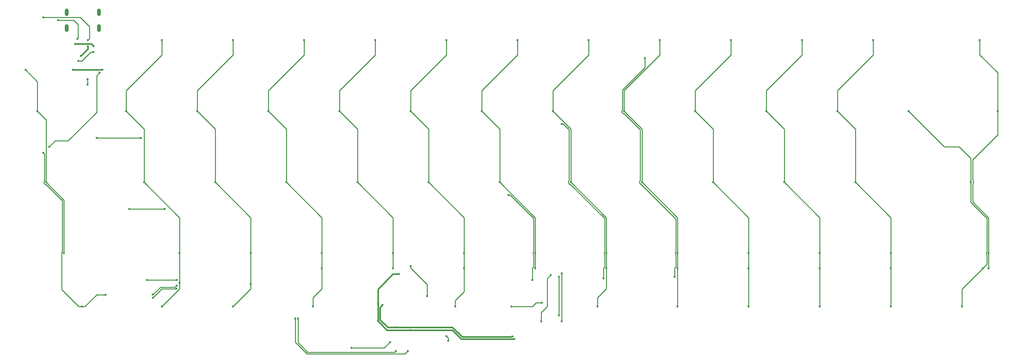
<source format=gbr>
G04 #@! TF.GenerationSoftware,KiCad,Pcbnew,(6.0.10)*
G04 #@! TF.CreationDate,2023-01-19T13:29:41+11:00*
G04 #@! TF.ProjectId,exp60,65787036-302e-46b6-9963-61645f706362,rev?*
G04 #@! TF.SameCoordinates,Original*
G04 #@! TF.FileFunction,Copper,L1,Top*
G04 #@! TF.FilePolarity,Positive*
%FSLAX46Y46*%
G04 Gerber Fmt 4.6, Leading zero omitted, Abs format (unit mm)*
G04 Created by KiCad (PCBNEW (6.0.10)) date 2023-01-19 13:29:41*
%MOMM*%
%LPD*%
G01*
G04 APERTURE LIST*
G04 #@! TA.AperFunction,ComponentPad*
%ADD10O,1.050000X2.100000*%
G04 #@! TD*
G04 #@! TA.AperFunction,ComponentPad*
%ADD11O,1.000000X2.000000*%
G04 #@! TD*
G04 #@! TA.AperFunction,ViaPad*
%ADD12C,0.600000*%
G04 #@! TD*
G04 #@! TA.AperFunction,Conductor*
%ADD13C,0.381000*%
G04 #@! TD*
G04 #@! TA.AperFunction,Conductor*
%ADD14C,0.250000*%
G04 #@! TD*
G04 #@! TA.AperFunction,Conductor*
%ADD15C,0.261112*%
G04 #@! TD*
G04 APERTURE END LIST*
D10*
X85660000Y-89611250D03*
D11*
X85660000Y-85431250D03*
X94300000Y-85431250D03*
D10*
X94300000Y-89611250D03*
D12*
X161925000Y-175355000D03*
X172243750Y-173831250D03*
X205581250Y-173037500D03*
X92868750Y-94456250D03*
X177643750Y-170656250D03*
X169007205Y-163568292D03*
X87906471Y-93862279D03*
X174625000Y-155575000D03*
X169007205Y-168213455D03*
X170262500Y-163912500D03*
X205000250Y-172347500D03*
X173831250Y-169862500D03*
X88797500Y-98425000D03*
X92868750Y-96043750D03*
X93662500Y-119062500D03*
X105568750Y-119062500D03*
X111918750Y-138112500D03*
X102393750Y-138112500D03*
X115093750Y-157162500D03*
X107156250Y-157162500D03*
X204787500Y-164306250D03*
X212944691Y-163298471D03*
X95250000Y-100806250D03*
X91360056Y-94552279D03*
X89487500Y-97043750D03*
X87312500Y-100806250D03*
X292100000Y-111918750D03*
X301625000Y-92868750D03*
X306387500Y-164306250D03*
X306387500Y-150018750D03*
X296862500Y-130968750D03*
X306387500Y-154079500D03*
X263525000Y-92868750D03*
X212725000Y-168275000D03*
X268287500Y-150018750D03*
X268287500Y-154079500D03*
X254000000Y-111918750D03*
X268287500Y-164306250D03*
X258762500Y-130968750D03*
X215306655Y-155855750D03*
X287337500Y-150018750D03*
X277812500Y-130968750D03*
X287337500Y-164306250D03*
X287337500Y-154079500D03*
X217482344Y-156373906D03*
X273050000Y-111918750D03*
X217487500Y-166687500D03*
X282575000Y-92868750D03*
X187881250Y-173419250D03*
X187325000Y-172243750D03*
X115049036Y-159499036D03*
X77787500Y-111918750D03*
X108743750Y-161925000D03*
X74612500Y-100806250D03*
X80168750Y-130968750D03*
X84931250Y-150018750D03*
X108699036Y-161086536D03*
X115138546Y-158704560D03*
X94456250Y-101600000D03*
X89693750Y-164306250D03*
X79375000Y-123031250D03*
X96043750Y-161131250D03*
X80962500Y-121443750D03*
X101600000Y-111918750D03*
X115887500Y-157956250D03*
X111125000Y-164306250D03*
X106362500Y-130968750D03*
X115887500Y-150018750D03*
X111125000Y-92868750D03*
X125412500Y-130968750D03*
X130175000Y-164306250D03*
X120650000Y-111918750D03*
X130175000Y-92868750D03*
X134937500Y-158297500D03*
X134937500Y-150018750D03*
X149225000Y-92868750D03*
X144462500Y-130968750D03*
X153987500Y-154079500D03*
X139700000Y-111918750D03*
X151606250Y-164306250D03*
X153987500Y-150018750D03*
X173037500Y-154079500D03*
X168275000Y-92868750D03*
X158750000Y-111918750D03*
X163512500Y-130968750D03*
X173037500Y-150018750D03*
X182562500Y-130968750D03*
X189706250Y-164306250D03*
X177800000Y-111918750D03*
X187325000Y-92868750D03*
X192087500Y-150018750D03*
X192087500Y-154079500D03*
X196850000Y-111918750D03*
X201612500Y-130968750D03*
X211137500Y-150018750D03*
X211137500Y-154079500D03*
X206375000Y-92868750D03*
X230187500Y-150018750D03*
X225425000Y-92868750D03*
X230187500Y-154079500D03*
X220662500Y-130968750D03*
X215900000Y-111918750D03*
X227806250Y-164306250D03*
X239712500Y-130968750D03*
X218281250Y-155405750D03*
X249237500Y-154079500D03*
X249237500Y-164306250D03*
X249237500Y-150018750D03*
X234950000Y-111918750D03*
X244475000Y-92868750D03*
X218281250Y-168275000D03*
X311150000Y-111918750D03*
X330993750Y-154079500D03*
X325437500Y-164306250D03*
X327818750Y-130968750D03*
X334962500Y-111918750D03*
X330200000Y-92868750D03*
X332581250Y-154079500D03*
X332581250Y-150018750D03*
X177800000Y-153455000D03*
X182150000Y-161512500D03*
X203993750Y-134405000D03*
X210343750Y-157162500D03*
X229393750Y-156755750D03*
X218281250Y-115355000D03*
X240506250Y-97631250D03*
X248443750Y-156368750D03*
X91281250Y-104775000D03*
X177006250Y-176212500D03*
X146843750Y-167481250D03*
X91281250Y-103351194D03*
X147643253Y-167481250D03*
X173831250Y-176212500D03*
X91360056Y-92868750D03*
X79375000Y-86756250D03*
X83343750Y-87500000D03*
X88540052Y-92544244D03*
D13*
X173831250Y-169862500D02*
X171632765Y-169862500D01*
X171632765Y-169862500D02*
X169588205Y-167817940D01*
X169588205Y-167817940D02*
X169588205Y-164586795D01*
X169588205Y-164586795D02*
X170262500Y-163912500D01*
X173831250Y-169862500D02*
X188940408Y-169862500D01*
X188940408Y-169862500D02*
X191534408Y-172456500D01*
X191534408Y-172456500D02*
X204891250Y-172456500D01*
X204891250Y-172456500D02*
X205000250Y-172347500D01*
D14*
X93662500Y-119062500D02*
X105568750Y-119062500D01*
X107156250Y-157162500D02*
X115093750Y-157162500D01*
X102393750Y-138112500D02*
X111918750Y-138112500D01*
X79375000Y-86756250D02*
X86001726Y-86756250D01*
X86001726Y-86756250D02*
X86007976Y-86750000D01*
X86007976Y-86750000D02*
X89290000Y-86750000D01*
X89290000Y-86750000D02*
X91750000Y-89210000D01*
X91750000Y-89210000D02*
X91750000Y-92478806D01*
X91750000Y-92478806D02*
X91360056Y-92868750D01*
D13*
X174625000Y-155575000D02*
X173037500Y-155575000D01*
X173037500Y-155575000D02*
X169007205Y-159605295D01*
X169007205Y-159605295D02*
X169007205Y-163568292D01*
D15*
X177006250Y-176212500D02*
X176212500Y-177006250D01*
X176212500Y-177006250D02*
X150018750Y-177006250D01*
X150018750Y-177006250D02*
X146843750Y-173831250D01*
X146843750Y-173831250D02*
X146843750Y-167481250D01*
X173831250Y-176212500D02*
X173498612Y-176545138D01*
X173498612Y-176545138D02*
X150209748Y-176545138D01*
X150209748Y-176545138D02*
X147643253Y-173978643D01*
X147643253Y-173978643D02*
X147643253Y-167481250D01*
D14*
X172243750Y-173831250D02*
X170656250Y-175418750D01*
X161988750Y-175418750D02*
X161925000Y-175355000D01*
X170656250Y-175418750D02*
X161988750Y-175418750D01*
D13*
X177643750Y-170656250D02*
X171450000Y-170656250D01*
X171450000Y-170656250D02*
X169007205Y-168213455D01*
X177643750Y-170656250D02*
X188912500Y-170656250D01*
X188912500Y-170656250D02*
X191293750Y-173037500D01*
X191293750Y-173037500D02*
X205581250Y-173037500D01*
D14*
X83343750Y-87500000D02*
X87500000Y-87500000D01*
X87500000Y-87500000D02*
X88725000Y-88725000D01*
X88725000Y-88725000D02*
X88725000Y-92359296D01*
X88725000Y-92359296D02*
X88540052Y-92544244D01*
D13*
X92274779Y-93862279D02*
X92868750Y-94456250D01*
X169007205Y-168213455D02*
X169007205Y-163568292D01*
X87906471Y-93862279D02*
X92274779Y-93862279D01*
D14*
X92868750Y-96043750D02*
X92075000Y-96043750D01*
X89693750Y-98425000D02*
X88797500Y-98425000D01*
X92075000Y-96043750D02*
X89693750Y-98425000D01*
X211351529Y-163298471D02*
X210343750Y-164306250D01*
X210343750Y-164306250D02*
X204787500Y-164306250D01*
X212944691Y-163298471D02*
X211351529Y-163298471D01*
D13*
X91360056Y-94552279D02*
X91360056Y-95171194D01*
X91360056Y-95171194D02*
X89487500Y-97043750D01*
X87312500Y-100806250D02*
X95250000Y-100806250D01*
D14*
X292100000Y-106362500D02*
X301625000Y-96837500D01*
X296862500Y-116681250D02*
X292100000Y-111918750D01*
X292100000Y-111918750D02*
X292100000Y-106362500D01*
X296862500Y-130968750D02*
X296862500Y-116681250D01*
X306387500Y-150018750D02*
X306387500Y-140493750D01*
X306387500Y-164306250D02*
X306387500Y-150018750D01*
X301625000Y-96837500D02*
X301625000Y-92868750D01*
X306387500Y-140493750D02*
X296862500Y-130968750D01*
X268287500Y-164306250D02*
X268287500Y-150018750D01*
X214312500Y-164306250D02*
X212725000Y-165893750D01*
X254000000Y-106362500D02*
X263525000Y-96837500D01*
X263525000Y-96837500D02*
X263525000Y-92868750D01*
X254000000Y-111918750D02*
X254000000Y-106362500D01*
X258762500Y-130968750D02*
X258762500Y-116681250D01*
X268287500Y-140493750D02*
X258762500Y-130968750D01*
X268287500Y-150018750D02*
X268287500Y-140493750D01*
X258762500Y-116681250D02*
X254000000Y-111918750D01*
X212725000Y-165893750D02*
X212725000Y-168275000D01*
X215306655Y-155855750D02*
X214312500Y-156849905D01*
X214312500Y-156849905D02*
X214312500Y-164306250D01*
X273050000Y-111918750D02*
X273050000Y-106362500D01*
X282575000Y-96837500D02*
X282575000Y-92868750D01*
X287337500Y-164306250D02*
X287337500Y-150018750D01*
X217487500Y-156379062D02*
X217487500Y-166687500D01*
X287337500Y-140493750D02*
X277812500Y-130968750D01*
X217482344Y-156373906D02*
X217487500Y-156379062D01*
X277812500Y-130968750D02*
X277812500Y-116681250D01*
X287337500Y-150018750D02*
X287337500Y-140493750D01*
X273050000Y-106362500D02*
X282575000Y-96837500D01*
X277812500Y-116681250D02*
X273050000Y-111918750D01*
X187881250Y-172800000D02*
X187325000Y-172243750D01*
X187881250Y-173419250D02*
X187881250Y-172800000D01*
X115004322Y-159543750D02*
X111125000Y-159543750D01*
X84931250Y-135731250D02*
X80168750Y-130968750D01*
X84931250Y-150018750D02*
X84931250Y-135731250D01*
X115049036Y-159499036D02*
X115004322Y-159543750D01*
X77787500Y-111918750D02*
X77787500Y-103981250D01*
X80168750Y-114300000D02*
X77787500Y-111918750D01*
X111125000Y-159543750D02*
X108743750Y-161925000D01*
X80168750Y-130968750D02*
X80168750Y-114300000D01*
X77787500Y-103981250D02*
X74612500Y-100806250D01*
X80157354Y-131593750D02*
X79909866Y-131593750D01*
X80962500Y-121443750D02*
X82550000Y-119856250D01*
X90487500Y-164306250D02*
X93662500Y-161131250D01*
X82550000Y-119856250D02*
X86011250Y-119856250D01*
X89693750Y-164306250D02*
X88900000Y-164306250D01*
X79718750Y-123375000D02*
X79375000Y-123031250D01*
X114570438Y-159093750D02*
X110781250Y-159093750D01*
X93662500Y-102393750D02*
X94456250Y-101600000D01*
X88900000Y-164306250D02*
X84306250Y-159712500D01*
X89693750Y-164306250D02*
X90487500Y-164306250D01*
X84306250Y-159712500D02*
X84306250Y-149759866D01*
X79543750Y-131227634D02*
X79543750Y-130709866D01*
X86011250Y-119856250D02*
X93662500Y-112205000D01*
X110781250Y-159093750D02*
X108788464Y-161086536D01*
X79909866Y-131593750D02*
X79543750Y-131227634D01*
X93662500Y-161131250D02*
X96043750Y-161131250D01*
X93662500Y-112205000D02*
X93662500Y-102393750D01*
X79718750Y-130534866D02*
X79718750Y-123375000D01*
X84481250Y-135917646D02*
X80157354Y-131593750D01*
X84306250Y-149759866D02*
X84481250Y-149584866D01*
X79543750Y-130709866D02*
X79718750Y-130534866D01*
X84481250Y-149584866D02*
X84481250Y-135917646D01*
X115138546Y-158704560D02*
X114959628Y-158704560D01*
X108788464Y-161086536D02*
X108699036Y-161086536D01*
X114959628Y-158704560D02*
X114570438Y-159093750D01*
X106362500Y-130968750D02*
X106362500Y-116681250D01*
X115887500Y-159543750D02*
X115887500Y-150018750D01*
X115887500Y-140493750D02*
X106362500Y-130968750D01*
X101600000Y-106362500D02*
X111125000Y-96837500D01*
X111125000Y-96837500D02*
X111125000Y-92868750D01*
X111125000Y-164306250D02*
X115887500Y-159543750D01*
X106362500Y-116681250D02*
X101600000Y-111918750D01*
X101600000Y-111918750D02*
X101600000Y-106362500D01*
X115887500Y-150018750D02*
X115887500Y-140493750D01*
X130175000Y-96837500D02*
X130175000Y-92868750D01*
X120650000Y-111918750D02*
X120650000Y-106362500D01*
X134937500Y-140493750D02*
X125412500Y-130968750D01*
X134937500Y-159543750D02*
X134937500Y-150018750D01*
X120650000Y-106362500D02*
X130175000Y-96837500D01*
X125412500Y-116681250D02*
X120650000Y-111918750D01*
X125412500Y-130968750D02*
X125412500Y-116681250D01*
X134937500Y-150018750D02*
X134937500Y-140493750D01*
X130175000Y-164306250D02*
X134937500Y-159543750D01*
X153987500Y-150018750D02*
X153987500Y-140493750D01*
X153987500Y-159543750D02*
X153987500Y-150018750D01*
X139700000Y-106362500D02*
X149225000Y-96837500D01*
X151606250Y-161925000D02*
X153987500Y-159543750D01*
X144462500Y-116681250D02*
X139700000Y-111918750D01*
X153987500Y-140493750D02*
X144462500Y-130968750D01*
X139700000Y-111918750D02*
X139700000Y-106362500D01*
X144462500Y-130968750D02*
X144462500Y-116681250D01*
X151606250Y-164306250D02*
X151606250Y-161925000D01*
X149225000Y-96837500D02*
X149225000Y-92868750D01*
X168275000Y-96837500D02*
X168275000Y-92868750D01*
X173037500Y-140493750D02*
X163512500Y-130968750D01*
X173037500Y-150018750D02*
X173037500Y-140493750D01*
X163512500Y-116681250D02*
X158750000Y-111918750D01*
X158750000Y-111918750D02*
X158750000Y-106362500D01*
X158750000Y-106362500D02*
X168275000Y-96837500D01*
X173037500Y-150018750D02*
X173037500Y-154079500D01*
X163512500Y-130968750D02*
X163512500Y-116681250D01*
X182562500Y-116681250D02*
X182562500Y-130968750D01*
X192087500Y-150018750D02*
X192087500Y-160337500D01*
X192087500Y-150018750D02*
X192087500Y-140493750D01*
X187325000Y-96837500D02*
X187325000Y-92868750D01*
X177800000Y-111918750D02*
X182562500Y-116681250D01*
X177800000Y-111918750D02*
X177800000Y-106362500D01*
X192087500Y-140493750D02*
X182562500Y-130968750D01*
X177800000Y-106362500D02*
X187325000Y-96837500D01*
X192087500Y-160337500D02*
X189706250Y-162718750D01*
X189706250Y-162718750D02*
X189706250Y-164306250D01*
X196850000Y-111918750D02*
X196850000Y-106362500D01*
X201612500Y-116681250D02*
X196850000Y-111918750D01*
X196850000Y-106362500D02*
X206375000Y-96837500D01*
X211137500Y-140493750D02*
X201612500Y-130968750D01*
X211137500Y-150018750D02*
X211137500Y-154079500D01*
X211137500Y-150018750D02*
X211137500Y-140493750D01*
X201612500Y-130968750D02*
X201612500Y-116681250D01*
X206375000Y-96837500D02*
X206375000Y-92868750D01*
X230187500Y-150018750D02*
X230187500Y-140493750D01*
X220662500Y-116681250D02*
X215900000Y-111918750D01*
X227806250Y-164306250D02*
X227806250Y-161925000D01*
X230187500Y-140493750D02*
X220662500Y-130968750D01*
X215900000Y-111918750D02*
X215900000Y-106362500D01*
X215900000Y-106362500D02*
X225425000Y-96837500D01*
X227806250Y-161925000D02*
X230187500Y-159543750D01*
X220662500Y-130968750D02*
X220662500Y-116681250D01*
X230187500Y-159543750D02*
X230187500Y-150018750D01*
X225425000Y-96837500D02*
X225425000Y-92868750D01*
X249237500Y-164306250D02*
X249237500Y-150018750D01*
X244475000Y-96837500D02*
X244475000Y-92868750D01*
X218281250Y-155405750D02*
X218281250Y-168275000D01*
X239712500Y-116681250D02*
X234950000Y-111918750D01*
X239712500Y-130968750D02*
X239712500Y-116681250D01*
X234950000Y-106362500D02*
X244475000Y-96837500D01*
X249237500Y-150018750D02*
X249237500Y-140493750D01*
X234950000Y-111918750D02*
X234950000Y-106362500D01*
X249237500Y-140493750D02*
X239712500Y-130968750D01*
X332131250Y-149584866D02*
X332131250Y-140680146D01*
X331956250Y-150277634D02*
X331956250Y-149759866D01*
X332131250Y-150452634D02*
X331956250Y-150277634D01*
X332131250Y-152942000D02*
X332131250Y-150452634D01*
X332131250Y-140680146D02*
X327818750Y-136367646D01*
X320675000Y-121443750D02*
X311150000Y-111918750D01*
X331956250Y-149759866D02*
X332131250Y-149584866D01*
X327818750Y-130968750D02*
X327818750Y-124618750D01*
X327818750Y-136367646D02*
X327818750Y-130968750D01*
X324643750Y-121443750D02*
X320675000Y-121443750D01*
X330993750Y-154079500D02*
X325437500Y-159635750D01*
X327818750Y-124618750D02*
X324643750Y-121443750D01*
X325437500Y-159635750D02*
X325437500Y-164306250D01*
X330993750Y-154079500D02*
X332131250Y-152942000D01*
X328268750Y-131402634D02*
X328268750Y-136181250D01*
X328268750Y-130534866D02*
X328443750Y-130709866D01*
X328443750Y-131227634D02*
X328268750Y-131402634D01*
X332581250Y-140493750D02*
X332581250Y-150018750D01*
X330200000Y-96837500D02*
X330200000Y-92868750D01*
X328268750Y-124962500D02*
X328268750Y-130534866D01*
X334962500Y-111918750D02*
X334962500Y-118268750D01*
X334962500Y-111918750D02*
X334962500Y-101600000D01*
X328443750Y-130709866D02*
X328443750Y-131227634D01*
X334962500Y-101600000D02*
X330200000Y-96837500D01*
X332581250Y-154079500D02*
X332581250Y-150018750D01*
X334962500Y-118268750D02*
X328268750Y-124962500D01*
X328268750Y-136181250D02*
X332581250Y-140493750D01*
X182150000Y-161512500D02*
X182150000Y-158337500D01*
X177800000Y-153987500D02*
X177800000Y-153455000D01*
X182150000Y-158337500D02*
X177800000Y-153987500D01*
X210687500Y-140680146D02*
X210687500Y-149584866D01*
X210512500Y-149759866D02*
X210512500Y-150277634D01*
X210687500Y-150452634D02*
X210687500Y-153645616D01*
X210512500Y-150277634D02*
X210687500Y-150452634D01*
X210687500Y-153645616D02*
X210343750Y-153989366D01*
X210687500Y-149584866D02*
X210512500Y-149759866D01*
X203993750Y-134405000D02*
X204412354Y-134405000D01*
X204412354Y-134405000D02*
X210687500Y-140680146D01*
X210343750Y-153989366D02*
X210343750Y-157162500D01*
X229393750Y-153989366D02*
X229393750Y-156755750D01*
X220403616Y-131593750D02*
X220651104Y-131593750D01*
X229737500Y-150452634D02*
X229737500Y-153645616D01*
X220037500Y-131227634D02*
X220403616Y-131593750D01*
X229562500Y-150277634D02*
X229737500Y-150452634D01*
X229737500Y-153645616D02*
X229393750Y-153989366D01*
X220212500Y-130534866D02*
X220037500Y-130709866D01*
X218699854Y-115355000D02*
X220212500Y-116867646D01*
X220037500Y-130709866D02*
X220037500Y-131227634D01*
X229562500Y-149759866D02*
X229562500Y-150277634D01*
X218281250Y-115355000D02*
X218699854Y-115355000D01*
X229737500Y-140680146D02*
X229737500Y-149584866D01*
X229737500Y-149584866D02*
X229562500Y-149759866D01*
X220651104Y-131593750D02*
X229737500Y-140680146D01*
X220212500Y-116867646D02*
X220212500Y-130534866D01*
X239262500Y-116867646D02*
X239262500Y-130534866D01*
X234938604Y-112543750D02*
X239262500Y-116867646D01*
X234500000Y-106176104D02*
X234500000Y-111484866D01*
X234325000Y-111659866D02*
X234325000Y-112177634D01*
X234500000Y-111484866D02*
X234325000Y-111659866D01*
X248787500Y-140837500D02*
X248787500Y-149584866D01*
X239543750Y-131593750D02*
X248787500Y-140837500D01*
X248787500Y-149584866D02*
X248612500Y-149759866D01*
X248612500Y-150277634D02*
X248787500Y-150452634D01*
X234691116Y-112543750D02*
X234938604Y-112543750D01*
X248787500Y-150452634D02*
X248787500Y-153645616D01*
X240506250Y-97631250D02*
X240506250Y-100169854D01*
X239453616Y-131593750D02*
X239543750Y-131593750D01*
X239087500Y-131227634D02*
X239453616Y-131593750D01*
X239087500Y-130709866D02*
X239087500Y-131227634D01*
X248612500Y-149759866D02*
X248612500Y-150277634D01*
X234325000Y-112177634D02*
X234691116Y-112543750D01*
X248443750Y-153989366D02*
X248443750Y-156368750D01*
X240506250Y-100169854D02*
X234500000Y-106176104D01*
X248787500Y-153645616D02*
X248443750Y-153989366D01*
X239262500Y-130534866D02*
X239087500Y-130709866D01*
D15*
X91281250Y-103351194D02*
X91281250Y-104775000D01*
M02*

</source>
